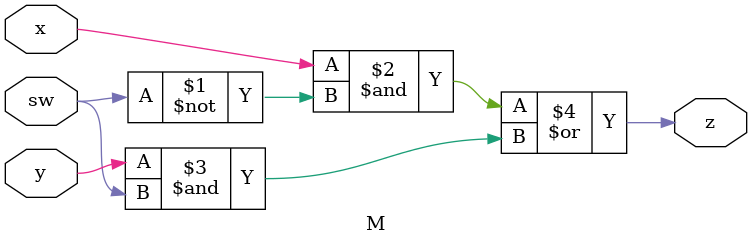
<source format=v>
module M(
    input x, y,
    input sw,
    output z
);
    assign z = ( x & ~sw ) | ( y & sw );

endmodule
</source>
